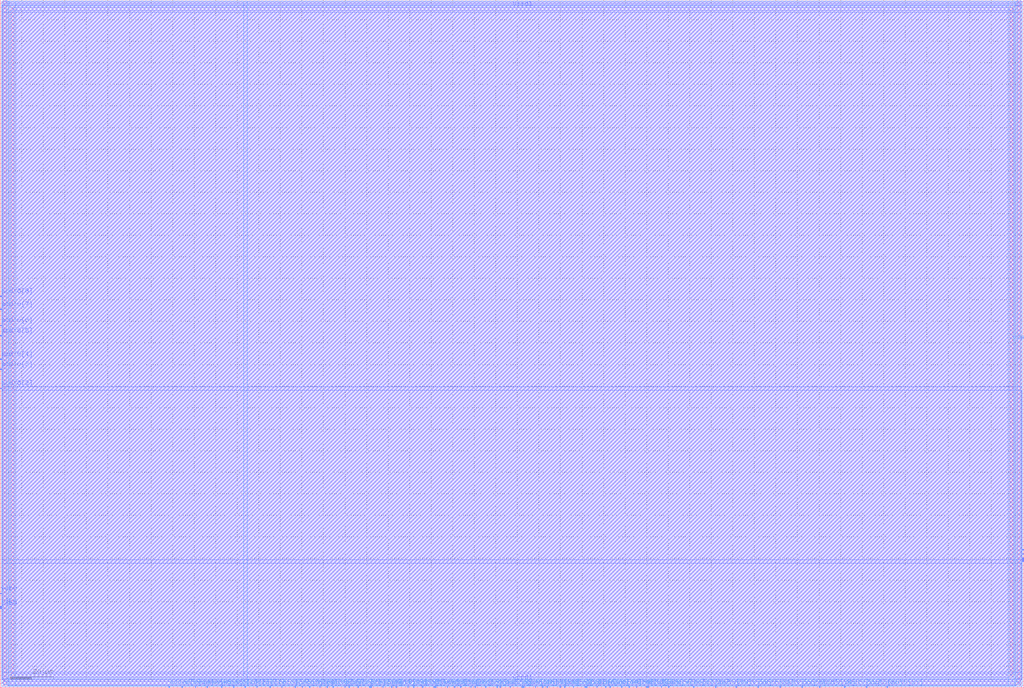
<source format=lef>
VERSION 5.4 ;
NAMESCASESENSITIVE ON ;
BUSBITCHARS "[]" ;
DIVIDERCHAR "/" ;
UNITS
  DATABASE MICRONS 2000 ;
END UNITS
MACRO sram_1rw0r0w_32_512_sky130
   CLASS BLOCK ;
   SIZE 475.02 BY 319.3 ;
   SYMMETRY X Y R90 ;
   PIN din0[0]
      DIRECTION INPUT ;
      PORT
         LAYER met4 ;
         RECT  113.56 0.0 113.94 0.38 ;
      END
   END din0[0]
   PIN din0[1]
      DIRECTION INPUT ;
      PORT
         LAYER met4 ;
         RECT  119.0 0.0 119.38 0.38 ;
      END
   END din0[1]
   PIN din0[2]
      DIRECTION INPUT ;
      PORT
         LAYER met4 ;
         RECT  125.12 0.0 125.5 0.38 ;
      END
   END din0[2]
   PIN din0[3]
      DIRECTION INPUT ;
      PORT
         LAYER met4 ;
         RECT  130.56 0.0 130.94 0.38 ;
      END
   END din0[3]
   PIN din0[4]
      DIRECTION INPUT ;
      PORT
         LAYER met4 ;
         RECT  136.68 0.0 137.06 0.38 ;
      END
   END din0[4]
   PIN din0[5]
      DIRECTION INPUT ;
      PORT
         LAYER met4 ;
         RECT  143.48 0.0 143.86 0.38 ;
      END
   END din0[5]
   PIN din0[6]
      DIRECTION INPUT ;
      PORT
         LAYER met4 ;
         RECT  148.24 0.0 148.62 0.38 ;
      END
   END din0[6]
   PIN din0[7]
      DIRECTION INPUT ;
      PORT
         LAYER met4 ;
         RECT  154.36 0.0 154.74 0.38 ;
      END
   END din0[7]
   PIN din0[8]
      DIRECTION INPUT ;
      PORT
         LAYER met4 ;
         RECT  159.8 0.0 160.18 0.38 ;
      END
   END din0[8]
   PIN din0[9]
      DIRECTION INPUT ;
      PORT
         LAYER met4 ;
         RECT  165.92 0.0 166.3 0.38 ;
      END
   END din0[9]
   PIN din0[10]
      DIRECTION INPUT ;
      PORT
         LAYER met4 ;
         RECT  171.36 0.0 171.74 0.38 ;
      END
   END din0[10]
   PIN din0[11]
      DIRECTION INPUT ;
      PORT
         LAYER met4 ;
         RECT  177.48 0.0 177.86 0.38 ;
      END
   END din0[11]
   PIN din0[12]
      DIRECTION INPUT ;
      PORT
         LAYER met4 ;
         RECT  183.6 0.0 183.98 0.38 ;
      END
   END din0[12]
   PIN din0[13]
      DIRECTION INPUT ;
      PORT
         LAYER met4 ;
         RECT  189.04 0.0 189.42 0.38 ;
      END
   END din0[13]
   PIN din0[14]
      DIRECTION INPUT ;
      PORT
         LAYER met4 ;
         RECT  195.84 0.0 196.22 0.38 ;
      END
   END din0[14]
   PIN din0[15]
      DIRECTION INPUT ;
      PORT
         LAYER met4 ;
         RECT  201.28 0.0 201.66 0.38 ;
      END
   END din0[15]
   PIN din0[16]
      DIRECTION INPUT ;
      PORT
         LAYER met4 ;
         RECT  207.4 0.0 207.78 0.38 ;
      END
   END din0[16]
   PIN din0[17]
      DIRECTION INPUT ;
      PORT
         LAYER met4 ;
         RECT  213.52 0.0 213.9 0.38 ;
      END
   END din0[17]
   PIN din0[18]
      DIRECTION INPUT ;
      PORT
         LAYER met4 ;
         RECT  218.28 0.0 218.66 0.38 ;
      END
   END din0[18]
   PIN din0[19]
      DIRECTION INPUT ;
      PORT
         LAYER met4 ;
         RECT  225.08 0.0 225.46 0.38 ;
      END
   END din0[19]
   PIN din0[20]
      DIRECTION INPUT ;
      PORT
         LAYER met4 ;
         RECT  230.52 0.0 230.9 0.38 ;
      END
   END din0[20]
   PIN din0[21]
      DIRECTION INPUT ;
      PORT
         LAYER met4 ;
         RECT  236.64 0.0 237.02 0.38 ;
      END
   END din0[21]
   PIN din0[22]
      DIRECTION INPUT ;
      PORT
         LAYER met4 ;
         RECT  242.76 0.0 243.14 0.38 ;
      END
   END din0[22]
   PIN din0[23]
      DIRECTION INPUT ;
      PORT
         LAYER met4 ;
         RECT  248.2 0.0 248.58 0.38 ;
      END
   END din0[23]
   PIN din0[24]
      DIRECTION INPUT ;
      PORT
         LAYER met4 ;
         RECT  253.64 0.0 254.02 0.38 ;
      END
   END din0[24]
   PIN din0[25]
      DIRECTION INPUT ;
      PORT
         LAYER met4 ;
         RECT  259.76 0.0 260.14 0.38 ;
      END
   END din0[25]
   PIN din0[26]
      DIRECTION INPUT ;
      PORT
         LAYER met4 ;
         RECT  265.88 0.0 266.26 0.38 ;
      END
   END din0[26]
   PIN din0[27]
      DIRECTION INPUT ;
      PORT
         LAYER met4 ;
         RECT  271.32 0.0 271.7 0.38 ;
      END
   END din0[27]
   PIN din0[28]
      DIRECTION INPUT ;
      PORT
         LAYER met4 ;
         RECT  276.76 0.0 277.14 0.38 ;
      END
   END din0[28]
   PIN din0[29]
      DIRECTION INPUT ;
      PORT
         LAYER met4 ;
         RECT  282.88 0.0 283.26 0.38 ;
      END
   END din0[29]
   PIN din0[30]
      DIRECTION INPUT ;
      PORT
         LAYER met4 ;
         RECT  288.32 0.0 288.7 0.38 ;
      END
   END din0[30]
   PIN din0[31]
      DIRECTION INPUT ;
      PORT
         LAYER met4 ;
         RECT  295.12 0.0 295.5 0.38 ;
      END
   END din0[31]
   PIN din0[32]
      DIRECTION INPUT ;
      PORT
         LAYER met4 ;
         RECT  299.88 0.0 300.26 0.38 ;
      END
   END din0[32]
   PIN addr0[0]
      DIRECTION INPUT ;
      PORT
         LAYER met4 ;
         RECT  78.2 0.0 78.58 0.38 ;
      END
   END addr0[0]
   PIN addr0[1]
      DIRECTION INPUT ;
      PORT
         LAYER met4 ;
         RECT  84.32 0.0 84.7 0.38 ;
      END
   END addr0[1]
   PIN addr0[2]
      DIRECTION INPUT ;
      PORT
         LAYER met3 ;
         RECT  0.0 138.72 0.38 139.1 ;
      END
   END addr0[2]
   PIN addr0[3]
      DIRECTION INPUT ;
      PORT
         LAYER met3 ;
         RECT  0.0 147.56 0.38 147.94 ;
      END
   END addr0[3]
   PIN addr0[4]
      DIRECTION INPUT ;
      PORT
         LAYER met3 ;
         RECT  0.0 152.32 0.38 152.7 ;
      END
   END addr0[4]
   PIN addr0[5]
      DIRECTION INPUT ;
      PORT
         LAYER met3 ;
         RECT  0.0 163.2 0.38 163.58 ;
      END
   END addr0[5]
   PIN addr0[6]
      DIRECTION INPUT ;
      PORT
         LAYER met3 ;
         RECT  0.0 167.96 0.38 168.34 ;
      END
   END addr0[6]
   PIN addr0[7]
      DIRECTION INPUT ;
      PORT
         LAYER met3 ;
         RECT  0.0 175.44 0.38 175.82 ;
      END
   END addr0[7]
   PIN addr0[8]
      DIRECTION INPUT ;
      PORT
         LAYER met3 ;
         RECT  0.0 181.56 0.38 181.94 ;
      END
   END addr0[8]
   PIN csb0
      DIRECTION INPUT ;
      PORT
         LAYER met3 ;
         RECT  0.0 36.72 0.38 37.1 ;
      END
   END csb0
   PIN web0
      DIRECTION INPUT ;
      PORT
         LAYER met3 ;
         RECT  0.0 43.52 0.38 43.9 ;
      END
   END web0
   PIN clk0
      DIRECTION INPUT ;
      PORT
         LAYER met3 ;
         RECT  0.0 37.4 0.38 37.78 ;
      END
   END clk0
   PIN wmask0[0]
      DIRECTION INPUT ;
      PORT
         LAYER met4 ;
         RECT  90.44 0.0 90.82 0.38 ;
      END
   END wmask0[0]
   PIN wmask0[1]
      DIRECTION INPUT ;
      PORT
         LAYER met4 ;
         RECT  95.88 0.0 96.26 0.38 ;
      END
   END wmask0[1]
   PIN wmask0[2]
      DIRECTION INPUT ;
      PORT
         LAYER met4 ;
         RECT  102.68 0.0 103.06 0.38 ;
      END
   END wmask0[2]
   PIN wmask0[3]
      DIRECTION INPUT ;
      PORT
         LAYER met4 ;
         RECT  108.12 0.0 108.5 0.38 ;
      END
   END wmask0[3]
   PIN spare_wen0[0]
      DIRECTION INPUT ;
      PORT
         LAYER met4 ;
         RECT  306.68 0.0 307.06 0.38 ;
      END
   END spare_wen0[0]
   PIN dout0[0]
      DIRECTION OUTPUT ;
      PORT
         LAYER met4 ;
         RECT  140.08 0.0 140.46 0.38 ;
      END
   END dout0[0]
   PIN dout0[1]
      DIRECTION OUTPUT ;
      PORT
         LAYER met4 ;
         RECT  151.64 0.0 152.02 0.38 ;
      END
   END dout0[1]
   PIN dout0[2]
      DIRECTION OUTPUT ;
      PORT
         LAYER met4 ;
         RECT  161.84 0.0 162.22 0.38 ;
      END
   END dout0[2]
   PIN dout0[3]
      DIRECTION OUTPUT ;
      PORT
         LAYER met4 ;
         RECT  172.04 0.0 172.42 0.38 ;
      END
   END dout0[3]
   PIN dout0[4]
      DIRECTION OUTPUT ;
      PORT
         LAYER met4 ;
         RECT  181.56 0.0 181.94 0.38 ;
      END
   END dout0[4]
   PIN dout0[5]
      DIRECTION OUTPUT ;
      PORT
         LAYER met4 ;
         RECT  191.76 0.0 192.14 0.38 ;
      END
   END dout0[5]
   PIN dout0[6]
      DIRECTION OUTPUT ;
      PORT
         LAYER met4 ;
         RECT  201.96 0.0 202.34 0.38 ;
      END
   END dout0[6]
   PIN dout0[7]
      DIRECTION OUTPUT ;
      PORT
         LAYER met4 ;
         RECT  210.8 0.0 211.18 0.38 ;
      END
   END dout0[7]
   PIN dout0[8]
      DIRECTION OUTPUT ;
      PORT
         LAYER met4 ;
         RECT  220.32 0.0 220.7 0.38 ;
      END
   END dout0[8]
   PIN dout0[9]
      DIRECTION OUTPUT ;
      PORT
         LAYER met4 ;
         RECT  231.88 0.0 232.26 0.38 ;
      END
   END dout0[9]
   PIN dout0[10]
      DIRECTION OUTPUT ;
      PORT
         LAYER met4 ;
         RECT  242.08 0.0 242.46 0.38 ;
      END
   END dout0[10]
   PIN dout0[11]
      DIRECTION OUTPUT ;
      PORT
         LAYER met4 ;
         RECT  251.6 0.0 251.98 0.38 ;
      END
   END dout0[11]
   PIN dout0[12]
      DIRECTION OUTPUT ;
      PORT
         LAYER met4 ;
         RECT  261.8 0.0 262.18 0.38 ;
      END
   END dout0[12]
   PIN dout0[13]
      DIRECTION OUTPUT ;
      PORT
         LAYER met4 ;
         RECT  272.0 0.0 272.38 0.38 ;
      END
   END dout0[13]
   PIN dout0[14]
      DIRECTION OUTPUT ;
      PORT
         LAYER met4 ;
         RECT  280.84 0.0 281.22 0.38 ;
      END
   END dout0[14]
   PIN dout0[15]
      DIRECTION OUTPUT ;
      PORT
         LAYER met4 ;
         RECT  291.72 0.0 292.1 0.38 ;
      END
   END dout0[15]
   PIN dout0[16]
      DIRECTION OUTPUT ;
      PORT
         LAYER met4 ;
         RECT  300.56 0.0 300.94 0.38 ;
      END
   END dout0[16]
   PIN dout0[17]
      DIRECTION OUTPUT ;
      PORT
         LAYER met4 ;
         RECT  310.08 0.0 310.46 0.38 ;
      END
   END dout0[17]
   PIN dout0[18]
      DIRECTION OUTPUT ;
      PORT
         LAYER met4 ;
         RECT  321.64 0.0 322.02 0.38 ;
      END
   END dout0[18]
   PIN dout0[19]
      DIRECTION OUTPUT ;
      PORT
         LAYER met4 ;
         RECT  331.84 0.0 332.22 0.38 ;
      END
   END dout0[19]
   PIN dout0[20]
      DIRECTION OUTPUT ;
      PORT
         LAYER met4 ;
         RECT  341.36 0.0 341.74 0.38 ;
      END
   END dout0[20]
   PIN dout0[21]
      DIRECTION OUTPUT ;
      PORT
         LAYER met4 ;
         RECT  351.56 0.0 351.94 0.38 ;
      END
   END dout0[21]
   PIN dout0[22]
      DIRECTION OUTPUT ;
      PORT
         LAYER met4 ;
         RECT  361.76 0.0 362.14 0.38 ;
      END
   END dout0[22]
   PIN dout0[23]
      DIRECTION OUTPUT ;
      PORT
         LAYER met4 ;
         RECT  371.96 0.0 372.34 0.38 ;
      END
   END dout0[23]
   PIN dout0[24]
      DIRECTION OUTPUT ;
      PORT
         LAYER met4 ;
         RECT  380.12 0.0 380.5 0.38 ;
      END
   END dout0[24]
   PIN dout0[25]
      DIRECTION OUTPUT ;
      PORT
         LAYER met4 ;
         RECT  391.68 0.0 392.06 0.38 ;
      END
   END dout0[25]
   PIN dout0[26]
      DIRECTION OUTPUT ;
      PORT
         LAYER met4 ;
         RECT  401.88 0.0 402.26 0.38 ;
      END
   END dout0[26]
   PIN dout0[27]
      DIRECTION OUTPUT ;
      PORT
         LAYER met4 ;
         RECT  411.4 0.0 411.78 0.38 ;
      END
   END dout0[27]
   PIN dout0[28]
      DIRECTION OUTPUT ;
      PORT
         LAYER met3 ;
         RECT  474.64 58.48 475.02 58.86 ;
      END
   END dout0[28]
   PIN dout0[29]
      DIRECTION OUTPUT ;
      PORT
         LAYER met3 ;
         RECT  474.64 59.16 475.02 59.54 ;
      END
   END dout0[29]
   PIN dout0[30]
      DIRECTION OUTPUT ;
      PORT
         LAYER met3 ;
         RECT  474.64 63.92 475.02 64.3 ;
      END
   END dout0[30]
   PIN dout0[31]
      DIRECTION OUTPUT ;
      PORT
         LAYER met3 ;
         RECT  474.64 59.84 475.02 60.22 ;
      END
   END dout0[31]
   PIN dout0[32]
      DIRECTION OUTPUT ;
      PORT
         LAYER met3 ;
         RECT  474.64 61.88 475.02 62.26 ;
      END
   END dout0[32]
   PIN vccd1
      DIRECTION INOUT ;
      USE POWER ; 
      SHAPE ABUTMENT ; 
      PORT
         LAYER met3 ;
         RECT  1.36 317.56 473.66 319.3 ;
         LAYER met4 ;
         RECT  1.36 1.36 3.1 319.3 ;
         LAYER met3 ;
         RECT  1.36 1.36 473.66 3.1 ;
         LAYER met4 ;
         RECT  471.92 1.36 473.66 319.3 ;
      END
   END vccd1
   PIN vssd1
      DIRECTION INOUT ;
      USE GROUND ; 
      SHAPE ABUTMENT ; 
      PORT
         LAYER met3 ;
         RECT  4.76 4.76 470.26 6.5 ;
         LAYER met4 ;
         RECT  4.76 4.76 6.5 315.9 ;
         LAYER met3 ;
         RECT  4.76 314.16 470.26 315.9 ;
         LAYER met4 ;
         RECT  468.52 4.76 470.26 315.9 ;
      END
   END vssd1
   OBS
   LAYER  met1 ;
      RECT  0.62 0.62 474.4 318.68 ;
   LAYER  met2 ;
      RECT  0.62 0.62 474.4 318.68 ;
   LAYER  met3 ;
      RECT  0.98 138.12 474.4 139.7 ;
      RECT  0.62 139.7 0.98 146.96 ;
      RECT  0.62 148.54 0.98 151.72 ;
      RECT  0.62 153.3 0.98 162.6 ;
      RECT  0.62 164.18 0.98 167.36 ;
      RECT  0.62 168.94 0.98 174.84 ;
      RECT  0.62 176.42 0.98 180.96 ;
      RECT  0.62 44.5 0.98 138.12 ;
      RECT  0.62 38.38 0.98 42.92 ;
      RECT  0.98 57.88 474.04 59.46 ;
      RECT  0.98 59.46 474.04 138.12 ;
      RECT  474.04 64.9 474.4 138.12 ;
      RECT  474.04 60.82 474.4 61.28 ;
      RECT  474.04 62.86 474.4 63.32 ;
      RECT  474.26 139.7 474.4 316.96 ;
      RECT  474.26 316.96 474.4 318.68 ;
      RECT  0.62 182.54 0.76 316.96 ;
      RECT  0.62 316.96 0.76 318.68 ;
      RECT  0.76 182.54 0.98 316.96 ;
      RECT  0.62 0.62 0.76 0.76 ;
      RECT  0.62 0.76 0.76 3.7 ;
      RECT  0.62 3.7 0.76 36.12 ;
      RECT  0.76 0.62 0.98 0.76 ;
      RECT  0.76 3.7 0.98 36.12 ;
      RECT  0.98 0.62 474.04 0.76 ;
      RECT  474.04 0.62 474.26 0.76 ;
      RECT  474.04 3.7 474.26 57.88 ;
      RECT  474.26 0.62 474.4 0.76 ;
      RECT  474.26 0.76 474.4 3.7 ;
      RECT  474.26 3.7 474.4 57.88 ;
      RECT  0.98 3.7 4.16 4.16 ;
      RECT  0.98 4.16 4.16 7.1 ;
      RECT  0.98 7.1 4.16 57.88 ;
      RECT  4.16 3.7 470.86 4.16 ;
      RECT  4.16 7.1 470.86 57.88 ;
      RECT  470.86 3.7 474.04 4.16 ;
      RECT  470.86 4.16 474.04 7.1 ;
      RECT  470.86 7.1 474.04 57.88 ;
      RECT  0.98 139.7 4.16 313.56 ;
      RECT  0.98 313.56 4.16 316.5 ;
      RECT  0.98 316.5 4.16 316.96 ;
      RECT  4.16 139.7 470.86 313.56 ;
      RECT  4.16 316.5 470.86 316.96 ;
      RECT  470.86 139.7 474.26 313.56 ;
      RECT  470.86 313.56 474.26 316.5 ;
      RECT  470.86 316.5 474.26 316.96 ;
   LAYER  met4 ;
      RECT  112.96 0.98 114.54 318.68 ;
      RECT  114.54 0.62 118.4 0.98 ;
      RECT  119.98 0.62 124.52 0.98 ;
      RECT  126.1 0.62 129.96 0.98 ;
      RECT  131.54 0.62 136.08 0.98 ;
      RECT  144.46 0.62 147.64 0.98 ;
      RECT  155.34 0.62 159.2 0.98 ;
      RECT  166.9 0.62 170.76 0.98 ;
      RECT  184.58 0.62 188.44 0.98 ;
      RECT  196.82 0.62 200.68 0.98 ;
      RECT  214.5 0.62 217.68 0.98 ;
      RECT  226.06 0.62 229.92 0.98 ;
      RECT  243.74 0.62 247.6 0.98 ;
      RECT  254.62 0.62 259.16 0.98 ;
      RECT  266.86 0.62 270.72 0.98 ;
      RECT  283.86 0.62 287.72 0.98 ;
      RECT  296.1 0.62 299.28 0.98 ;
      RECT  79.18 0.62 83.72 0.98 ;
      RECT  85.3 0.62 89.84 0.98 ;
      RECT  91.42 0.62 95.28 0.98 ;
      RECT  96.86 0.62 102.08 0.98 ;
      RECT  103.66 0.62 107.52 0.98 ;
      RECT  109.1 0.62 112.96 0.98 ;
      RECT  137.66 0.62 139.48 0.98 ;
      RECT  141.06 0.62 142.88 0.98 ;
      RECT  149.22 0.62 151.04 0.98 ;
      RECT  152.62 0.62 153.76 0.98 ;
      RECT  160.78 0.62 161.24 0.98 ;
      RECT  162.82 0.62 165.32 0.98 ;
      RECT  173.02 0.62 176.88 0.98 ;
      RECT  178.46 0.62 180.96 0.98 ;
      RECT  182.54 0.62 183.0 0.98 ;
      RECT  190.02 0.62 191.16 0.98 ;
      RECT  192.74 0.62 195.24 0.98 ;
      RECT  202.94 0.62 206.8 0.98 ;
      RECT  208.38 0.62 210.2 0.98 ;
      RECT  211.78 0.62 212.92 0.98 ;
      RECT  219.26 0.62 219.72 0.98 ;
      RECT  221.3 0.62 224.48 0.98 ;
      RECT  232.86 0.62 236.04 0.98 ;
      RECT  237.62 0.62 241.48 0.98 ;
      RECT  249.18 0.62 251.0 0.98 ;
      RECT  252.58 0.62 253.04 0.98 ;
      RECT  260.74 0.62 261.2 0.98 ;
      RECT  262.78 0.62 265.28 0.98 ;
      RECT  272.98 0.62 276.16 0.98 ;
      RECT  277.74 0.62 280.24 0.98 ;
      RECT  281.82 0.62 282.28 0.98 ;
      RECT  289.3 0.62 291.12 0.98 ;
      RECT  292.7 0.62 294.52 0.98 ;
      RECT  301.54 0.62 306.08 0.98 ;
      RECT  307.66 0.62 309.48 0.98 ;
      RECT  311.06 0.62 321.04 0.98 ;
      RECT  322.62 0.62 331.24 0.98 ;
      RECT  332.82 0.62 340.76 0.98 ;
      RECT  342.34 0.62 350.96 0.98 ;
      RECT  352.54 0.62 361.16 0.98 ;
      RECT  362.74 0.62 371.36 0.98 ;
      RECT  372.94 0.62 379.52 0.98 ;
      RECT  381.1 0.62 391.08 0.98 ;
      RECT  392.66 0.62 401.28 0.98 ;
      RECT  402.86 0.62 410.8 0.98 ;
      RECT  0.62 0.98 0.76 318.68 ;
      RECT  0.62 0.62 0.76 0.76 ;
      RECT  0.62 0.76 0.76 0.98 ;
      RECT  0.76 0.62 3.7 0.76 ;
      RECT  3.7 0.62 77.6 0.76 ;
      RECT  3.7 0.76 77.6 0.98 ;
      RECT  474.26 0.98 474.4 318.68 ;
      RECT  412.38 0.62 471.32 0.76 ;
      RECT  412.38 0.76 471.32 0.98 ;
      RECT  471.32 0.62 474.26 0.76 ;
      RECT  474.26 0.62 474.4 0.76 ;
      RECT  474.26 0.76 474.4 0.98 ;
      RECT  3.7 0.98 4.16 4.16 ;
      RECT  3.7 4.16 4.16 316.5 ;
      RECT  3.7 316.5 4.16 318.68 ;
      RECT  4.16 0.98 7.1 4.16 ;
      RECT  4.16 316.5 7.1 318.68 ;
      RECT  7.1 0.98 112.96 4.16 ;
      RECT  7.1 4.16 112.96 316.5 ;
      RECT  7.1 316.5 112.96 318.68 ;
      RECT  114.54 0.98 467.92 4.16 ;
      RECT  114.54 4.16 467.92 316.5 ;
      RECT  114.54 316.5 467.92 318.68 ;
      RECT  467.92 0.98 470.86 4.16 ;
      RECT  467.92 316.5 470.86 318.68 ;
      RECT  470.86 0.98 471.32 4.16 ;
      RECT  470.86 4.16 471.32 316.5 ;
      RECT  470.86 316.5 471.32 318.68 ;
   END
END    sram_1rw0r0w_32_512_sky130
END    LIBRARY

</source>
